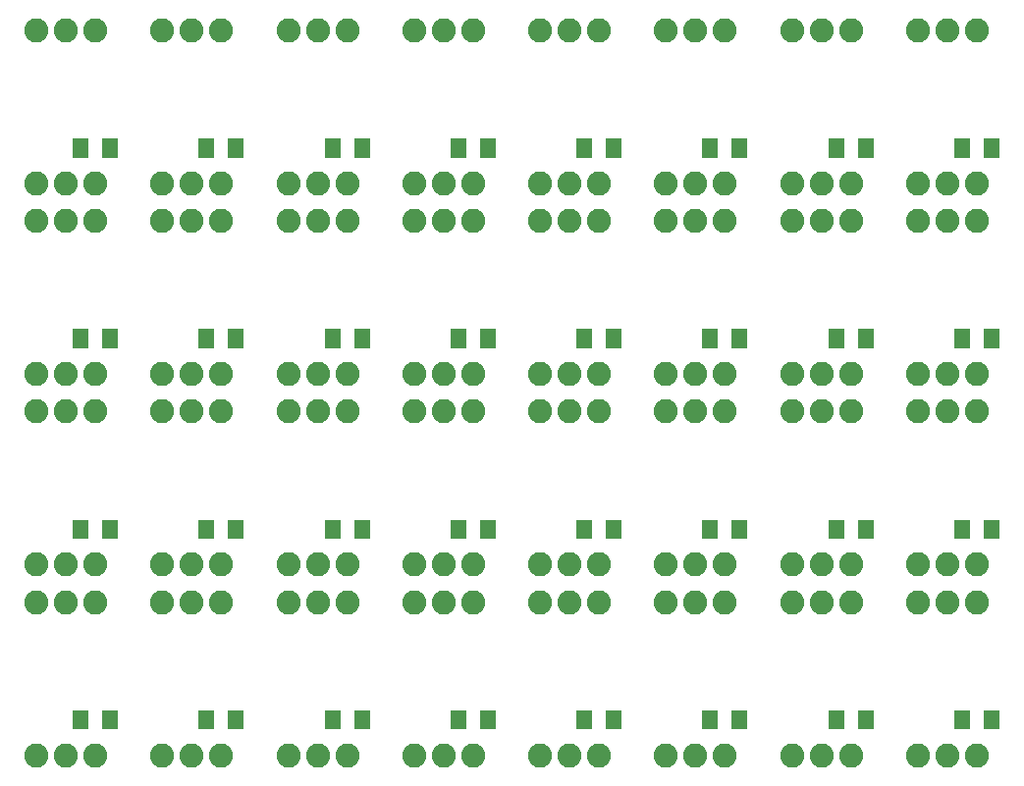
<source format=gbs>
G75*
%MOIN*%
%OFA0B0*%
%FSLAX24Y24*%
%IPPOS*%
%LPD*%
%AMOC8*
5,1,8,0,0,1.08239X$1,22.5*
%
%ADD10R,0.0580X0.0330*%
%ADD11C,0.0820*%
D10*
X005278Y001678D03*
X005278Y001998D03*
X006278Y001998D03*
X006278Y001678D03*
X009553Y001678D03*
X009553Y001998D03*
X010553Y001998D03*
X010553Y001678D03*
X013829Y001678D03*
X013829Y001998D03*
X014829Y001998D03*
X014829Y001678D03*
X018105Y001678D03*
X018105Y001998D03*
X019105Y001998D03*
X019105Y001678D03*
X022380Y001678D03*
X022380Y001998D03*
X023380Y001998D03*
X023380Y001678D03*
X026656Y001678D03*
X026656Y001998D03*
X027656Y001998D03*
X027656Y001678D03*
X030931Y001678D03*
X030931Y001998D03*
X031931Y001998D03*
X031931Y001678D03*
X035207Y001678D03*
X035207Y001998D03*
X036207Y001998D03*
X036207Y001678D03*
X036207Y008153D03*
X036207Y008473D03*
X035207Y008473D03*
X035207Y008153D03*
X031931Y008153D03*
X031931Y008473D03*
X030931Y008473D03*
X030931Y008153D03*
X027656Y008153D03*
X027656Y008473D03*
X026656Y008473D03*
X026656Y008153D03*
X023380Y008153D03*
X023380Y008473D03*
X022380Y008473D03*
X022380Y008153D03*
X019105Y008153D03*
X019105Y008473D03*
X018105Y008473D03*
X018105Y008153D03*
X014829Y008153D03*
X014829Y008473D03*
X013829Y008473D03*
X013829Y008153D03*
X010553Y008153D03*
X010553Y008473D03*
X009553Y008473D03*
X009553Y008153D03*
X006278Y008153D03*
X006278Y008473D03*
X005278Y008473D03*
X005278Y008153D03*
X005278Y014629D03*
X005278Y014949D03*
X006278Y014949D03*
X006278Y014629D03*
X009553Y014629D03*
X009553Y014949D03*
X010553Y014949D03*
X010553Y014629D03*
X013829Y014629D03*
X013829Y014949D03*
X014829Y014949D03*
X014829Y014629D03*
X018105Y014629D03*
X018105Y014949D03*
X019105Y014949D03*
X019105Y014629D03*
X022380Y014629D03*
X022380Y014949D03*
X023380Y014949D03*
X023380Y014629D03*
X026656Y014629D03*
X026656Y014949D03*
X027656Y014949D03*
X027656Y014629D03*
X030931Y014629D03*
X030931Y014949D03*
X031931Y014949D03*
X031931Y014629D03*
X035207Y014629D03*
X035207Y014949D03*
X036207Y014949D03*
X036207Y014629D03*
X036207Y021104D03*
X036207Y021425D03*
X035207Y021425D03*
X035207Y021104D03*
X031931Y021104D03*
X031931Y021425D03*
X030931Y021425D03*
X030931Y021104D03*
X027656Y021104D03*
X027656Y021425D03*
X026656Y021425D03*
X026656Y021104D03*
X023380Y021104D03*
X023380Y021425D03*
X022380Y021425D03*
X022380Y021104D03*
X019105Y021104D03*
X019105Y021425D03*
X018105Y021425D03*
X018105Y021104D03*
X014829Y021104D03*
X014829Y021425D03*
X013829Y021425D03*
X013829Y021104D03*
X010553Y021104D03*
X010553Y021425D03*
X009553Y021425D03*
X009553Y021104D03*
X006278Y021104D03*
X006278Y021425D03*
X005278Y021425D03*
X005278Y021104D03*
D11*
X003778Y000640D03*
X004778Y000640D03*
X005778Y000640D03*
X008053Y000640D03*
X009053Y000640D03*
X010053Y000640D03*
X012329Y000640D03*
X013329Y000640D03*
X014329Y000640D03*
X016605Y000640D03*
X017605Y000640D03*
X018605Y000640D03*
X020880Y000640D03*
X021880Y000640D03*
X022880Y000640D03*
X025156Y000640D03*
X026156Y000640D03*
X027156Y000640D03*
X029431Y000640D03*
X030431Y000640D03*
X031431Y000640D03*
X033707Y000640D03*
X034707Y000640D03*
X035707Y000640D03*
X035707Y005840D03*
X034707Y005840D03*
X033707Y005840D03*
X033707Y007116D03*
X034707Y007116D03*
X035707Y007116D03*
X031431Y007116D03*
X030431Y007116D03*
X029431Y007116D03*
X029431Y005840D03*
X030431Y005840D03*
X031431Y005840D03*
X027156Y005840D03*
X026156Y005840D03*
X025156Y005840D03*
X025156Y007116D03*
X026156Y007116D03*
X027156Y007116D03*
X022880Y007116D03*
X021880Y007116D03*
X020880Y007116D03*
X020880Y005840D03*
X021880Y005840D03*
X022880Y005840D03*
X018605Y005840D03*
X017605Y005840D03*
X016605Y005840D03*
X016605Y007116D03*
X017605Y007116D03*
X018605Y007116D03*
X014329Y007116D03*
X013329Y007116D03*
X012329Y007116D03*
X012329Y005840D03*
X013329Y005840D03*
X014329Y005840D03*
X010053Y005840D03*
X009053Y005840D03*
X008053Y005840D03*
X008053Y007116D03*
X009053Y007116D03*
X010053Y007116D03*
X005778Y007116D03*
X004778Y007116D03*
X003778Y007116D03*
X003778Y005840D03*
X004778Y005840D03*
X005778Y005840D03*
X005778Y012316D03*
X004778Y012316D03*
X003778Y012316D03*
X003778Y013591D03*
X004778Y013591D03*
X005778Y013591D03*
X008053Y013591D03*
X009053Y013591D03*
X010053Y013591D03*
X010053Y012316D03*
X009053Y012316D03*
X008053Y012316D03*
X012329Y012316D03*
X013329Y012316D03*
X014329Y012316D03*
X014329Y013591D03*
X013329Y013591D03*
X012329Y013591D03*
X016605Y013591D03*
X017605Y013591D03*
X018605Y013591D03*
X018605Y012316D03*
X017605Y012316D03*
X016605Y012316D03*
X020880Y012316D03*
X021880Y012316D03*
X022880Y012316D03*
X022880Y013591D03*
X021880Y013591D03*
X020880Y013591D03*
X025156Y013591D03*
X026156Y013591D03*
X027156Y013591D03*
X027156Y012316D03*
X026156Y012316D03*
X025156Y012316D03*
X029431Y012316D03*
X030431Y012316D03*
X031431Y012316D03*
X031431Y013591D03*
X030431Y013591D03*
X029431Y013591D03*
X033707Y013591D03*
X034707Y013591D03*
X035707Y013591D03*
X035707Y012316D03*
X034707Y012316D03*
X033707Y012316D03*
X033707Y018791D03*
X034707Y018791D03*
X035707Y018791D03*
X035707Y020067D03*
X034707Y020067D03*
X033707Y020067D03*
X031431Y020067D03*
X030431Y020067D03*
X029431Y020067D03*
X029431Y018791D03*
X030431Y018791D03*
X031431Y018791D03*
X027156Y018791D03*
X026156Y018791D03*
X025156Y018791D03*
X025156Y020067D03*
X026156Y020067D03*
X027156Y020067D03*
X022880Y020067D03*
X021880Y020067D03*
X020880Y020067D03*
X020880Y018791D03*
X021880Y018791D03*
X022880Y018791D03*
X018605Y018791D03*
X017605Y018791D03*
X016605Y018791D03*
X016605Y020067D03*
X017605Y020067D03*
X018605Y020067D03*
X014329Y020067D03*
X013329Y020067D03*
X012329Y020067D03*
X012329Y018791D03*
X013329Y018791D03*
X014329Y018791D03*
X010053Y018791D03*
X009053Y018791D03*
X008053Y018791D03*
X008053Y020067D03*
X009053Y020067D03*
X010053Y020067D03*
X005778Y020067D03*
X004778Y020067D03*
X003778Y020067D03*
X003778Y018791D03*
X004778Y018791D03*
X005778Y018791D03*
X005778Y025267D03*
X004778Y025267D03*
X003778Y025267D03*
X008053Y025267D03*
X009053Y025267D03*
X010053Y025267D03*
X012329Y025267D03*
X013329Y025267D03*
X014329Y025267D03*
X016605Y025267D03*
X017605Y025267D03*
X018605Y025267D03*
X020880Y025267D03*
X021880Y025267D03*
X022880Y025267D03*
X025156Y025267D03*
X026156Y025267D03*
X027156Y025267D03*
X029431Y025267D03*
X030431Y025267D03*
X031431Y025267D03*
X033707Y025267D03*
X034707Y025267D03*
X035707Y025267D03*
M02*

</source>
